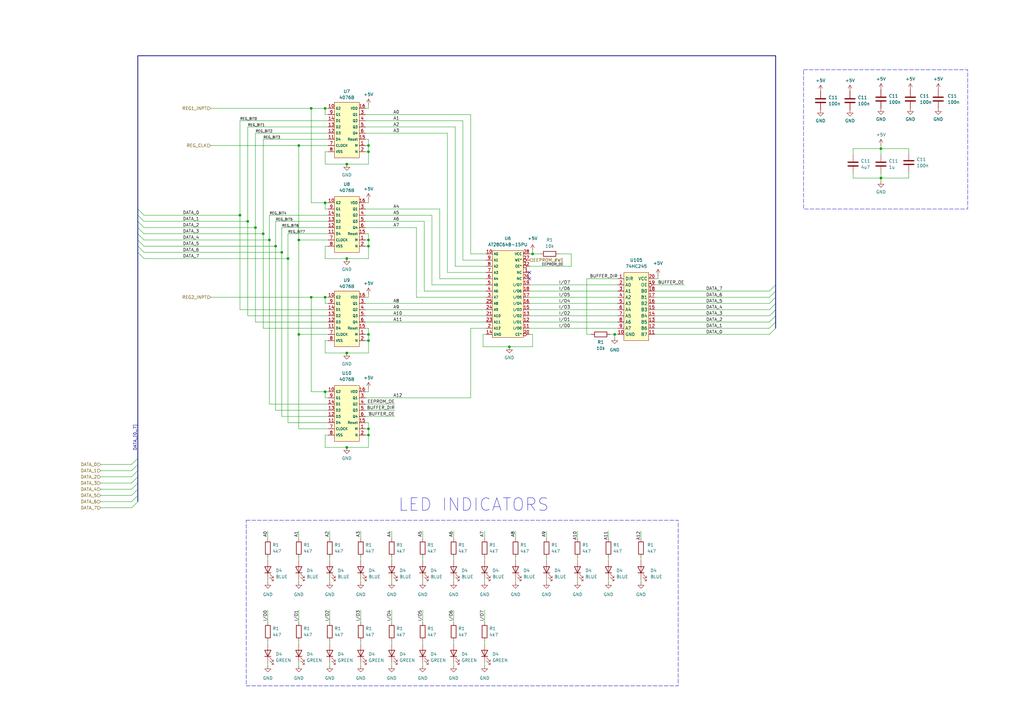
<source format=kicad_sch>
(kicad_sch (version 20230121) (generator eeschema)
  (paper "A3")
  (junction (at 133.35 160.655))
  (junction (at 252.095 137.16))
  (junction (at 133.35 83.185))
  (junction (at 361.315 73.025))
  (junction (at 107.95 95.885))
  (junction (at 110.49 98.425))
  (junction (at 118.11 106.045))
  (junction (at 122.555 59.69))
  (junction (at 122.555 98.425))
  (junction (at 361.315 60.96))
  (junction (at 122.555 137.16))
  (junction (at 151.13 100.965))
  (junction (at 115.57 103.505))
  (junction (at 133.35 44.45))
  (junction (at 142.24 106.045))
  (junction (at 151.13 178.435))
  (junction (at 151.13 59.69))
  (junction (at 101.6 90.805))
  (junction (at 142.24 183.515))
  (junction (at 151.13 175.895))
  (junction (at 151.13 137.16))
  (junction (at 151.13 62.23))
  (junction (at 151.13 98.425))
  (junction (at 127.635 44.45))
  (junction (at 113.03 100.965))
  (junction (at 127.635 121.92))
  (junction (at 104.775 93.345))
  (junction (at 208.915 142.24))
  (junction (at 218.44 104.14))
  (junction (at 98.425 88.265))
  (junction (at 142.24 144.78))
  (junction (at 142.24 67.31))
  (junction (at 151.13 139.7))
  (junction (at 133.35 121.92))
  (no_connect (at 217.17 114.3))
  (no_connect (at 217.17 111.76))
  (bus_entry (at 318.135 132.08) (size -2.54 2.54))
  (bus_entry (at 318.135 129.54) (size -2.54 2.54))
  (bus_entry (at 56.515 190.5) (size -2.54 2.54))
  (bus_entry (at 318.135 119.38) (size -2.54 2.54))
  (bus_entry (at 56.515 187.96) (size -2.54 2.54))
  (bus_entry (at 318.135 124.46) (size -2.54 2.54))
  (bus_entry (at 318.135 134.62) (size -2.54 2.54))
  (bus_entry (at 56.515 98.425) (size 2.54 2.54))
  (bus_entry (at 56.515 200.66) (size -2.54 2.54))
  (bus_entry (at 56.515 195.58) (size -2.54 2.54))
  (bus_entry (at 56.515 90.805) (size 2.54 2.54))
  (bus_entry (at 56.515 95.885) (size 2.54 2.54))
  (bus_entry (at 318.135 121.92) (size -2.54 2.54))
  (bus_entry (at 56.515 85.725) (size 2.54 2.54))
  (bus_entry (at 56.515 100.965) (size 2.54 2.54))
  (bus_entry (at 56.515 198.12) (size -2.54 2.54))
  (bus_entry (at 318.135 116.84) (size -2.54 2.54))
  (bus_entry (at 318.135 127) (size -2.54 2.54))
  (bus_entry (at 56.515 103.505) (size 2.54 2.54))
  (bus_entry (at 56.515 205.74) (size -2.54 2.54))
  (bus_entry (at 56.515 88.265) (size 2.54 2.54))
  (bus_entry (at 56.515 203.2) (size -2.54 2.54))
  (bus_entry (at 56.515 193.04) (size -2.54 2.54))
  (bus_entry (at 56.515 93.345) (size 2.54 2.54))
  (bus (pts (xy 56.515 85.725) (xy 56.515 88.265)))
  (wire (pts (xy 118.11 106.045) (xy 118.11 173.355)))
  (bus (pts (xy 318.135 119.38) (xy 318.135 121.92)))
  (bus (pts (xy 56.515 103.505) (xy 56.515 187.96)))
  (wire (pts (xy 173.355 238.76) (xy 173.355 237.49)))
  (wire (pts (xy 59.055 103.505) (xy 115.57 103.505)))
  (wire (pts (xy 151.13 139.7) (xy 151.13 144.78)))
  (wire (pts (xy 160.655 228.6) (xy 160.655 229.87)))
  (wire (pts (xy 115.57 93.345) (xy 134.62 93.345)))
  (wire (pts (xy 147.955 228.6) (xy 147.955 229.87)))
  (bus (pts (xy 56.515 198.12) (xy 56.515 195.58)))
  (wire (pts (xy 118.11 173.355) (xy 134.62 173.355)))
  (wire (pts (xy 218.44 104.14) (xy 217.17 104.14)))
  (wire (pts (xy 218.44 142.24) (xy 218.44 137.16)))
  (wire (pts (xy 217.17 124.46) (xy 253.365 124.46)))
  (wire (pts (xy 372.745 73.025) (xy 361.315 73.025)))
  (wire (pts (xy 189.865 49.53) (xy 189.865 106.68)))
  (wire (pts (xy 236.855 238.76) (xy 236.855 237.49)))
  (wire (pts (xy 98.425 127) (xy 134.62 127)))
  (wire (pts (xy 189.865 106.68) (xy 199.39 106.68)))
  (wire (pts (xy 252.095 137.16) (xy 253.365 137.16)))
  (wire (pts (xy 173.355 250.19) (xy 173.355 255.27)))
  (wire (pts (xy 151.13 139.7) (xy 149.86 139.7)))
  (wire (pts (xy 151.13 106.045) (xy 142.24 106.045)))
  (wire (pts (xy 133.35 83.185) (xy 127.635 83.185)))
  (wire (pts (xy 268.605 127) (xy 315.595 127)))
  (wire (pts (xy 115.57 93.345) (xy 115.57 103.505)))
  (bus (pts (xy 56.515 93.345) (xy 56.515 95.885)))
  (wire (pts (xy 218.44 137.16) (xy 217.17 137.16)))
  (wire (pts (xy 122.555 217.805) (xy 122.555 220.98)))
  (wire (pts (xy 198.12 142.24) (xy 208.915 142.24)))
  (wire (pts (xy 122.555 98.425) (xy 122.555 137.16)))
  (wire (pts (xy 186.055 250.19) (xy 186.055 255.27)))
  (wire (pts (xy 180.34 85.725) (xy 180.34 114.3)))
  (wire (pts (xy 41.275 205.74) (xy 53.975 205.74)))
  (wire (pts (xy 151.13 43.18) (xy 151.13 44.45)))
  (wire (pts (xy 193.04 104.14) (xy 193.04 46.99)))
  (wire (pts (xy 160.655 238.76) (xy 160.655 237.49)))
  (wire (pts (xy 361.315 59.69) (xy 361.315 60.96)))
  (wire (pts (xy 151.13 95.885) (xy 151.13 98.425)))
  (wire (pts (xy 349.885 60.96) (xy 361.315 60.96)))
  (wire (pts (xy 113.03 90.805) (xy 113.03 100.965)))
  (bus (pts (xy 318.135 22.86) (xy 318.135 116.84)))
  (wire (pts (xy 101.6 52.07) (xy 134.62 52.07)))
  (wire (pts (xy 59.055 95.885) (xy 107.95 95.885)))
  (bus (pts (xy 56.515 203.2) (xy 56.515 200.66)))
  (wire (pts (xy 133.35 83.185) (xy 134.62 83.185)))
  (wire (pts (xy 133.35 178.435) (xy 133.35 183.515)))
  (wire (pts (xy 349.885 60.96) (xy 349.885 63.5)))
  (wire (pts (xy 149.86 134.62) (xy 151.13 134.62)))
  (wire (pts (xy 242.57 137.16) (xy 240.665 137.16)))
  (wire (pts (xy 236.855 228.6) (xy 236.855 229.87)))
  (wire (pts (xy 134.62 100.965) (xy 133.35 100.965)))
  (wire (pts (xy 101.6 90.805) (xy 101.6 129.54)))
  (wire (pts (xy 149.86 127) (xy 199.39 127)))
  (wire (pts (xy 151.13 160.655) (xy 149.86 160.655)))
  (wire (pts (xy 134.62 139.7) (xy 133.35 139.7)))
  (bus (pts (xy 56.515 200.66) (xy 56.515 198.12)))
  (wire (pts (xy 198.755 250.19) (xy 198.755 255.27)))
  (wire (pts (xy 135.255 250.19) (xy 135.255 255.27)))
  (wire (pts (xy 107.95 57.15) (xy 134.62 57.15)))
  (wire (pts (xy 151.13 57.15) (xy 151.13 59.69)))
  (wire (pts (xy 110.49 88.265) (xy 110.49 98.425)))
  (wire (pts (xy 59.055 93.345) (xy 104.775 93.345)))
  (wire (pts (xy 149.86 59.69) (xy 151.13 59.69)))
  (wire (pts (xy 135.255 262.89) (xy 135.255 264.16)))
  (wire (pts (xy 109.855 228.6) (xy 109.855 229.87)))
  (wire (pts (xy 151.13 134.62) (xy 151.13 137.16)))
  (wire (pts (xy 151.13 144.78) (xy 142.24 144.78)))
  (wire (pts (xy 151.13 178.435) (xy 151.13 183.515)))
  (wire (pts (xy 59.055 98.425) (xy 110.49 98.425)))
  (wire (pts (xy 98.425 49.53) (xy 134.62 49.53)))
  (wire (pts (xy 134.62 59.69) (xy 122.555 59.69)))
  (wire (pts (xy 41.275 200.66) (xy 53.975 200.66)))
  (wire (pts (xy 59.055 88.265) (xy 98.425 88.265)))
  (wire (pts (xy 252.095 138.43) (xy 252.095 137.16)))
  (wire (pts (xy 268.605 121.92) (xy 315.595 121.92)))
  (wire (pts (xy 149.86 173.355) (xy 151.13 173.355)))
  (wire (pts (xy 104.775 54.61) (xy 104.775 93.345)))
  (wire (pts (xy 135.255 217.805) (xy 135.255 220.98)))
  (wire (pts (xy 147.955 217.805) (xy 147.955 220.98)))
  (wire (pts (xy 107.95 134.62) (xy 134.62 134.62)))
  (wire (pts (xy 122.555 228.6) (xy 122.555 229.87)))
  (wire (pts (xy 151.13 178.435) (xy 149.86 178.435)))
  (wire (pts (xy 41.275 195.58) (xy 53.975 195.58)))
  (wire (pts (xy 109.855 217.805) (xy 109.855 220.98)))
  (wire (pts (xy 183.515 111.76) (xy 199.39 111.76)))
  (wire (pts (xy 122.555 137.16) (xy 122.555 175.895)))
  (wire (pts (xy 173.355 228.6) (xy 173.355 229.87)))
  (wire (pts (xy 110.49 165.735) (xy 134.62 165.735)))
  (wire (pts (xy 109.855 262.89) (xy 109.855 264.16)))
  (wire (pts (xy 147.955 273.05) (xy 147.955 271.78)))
  (wire (pts (xy 149.86 168.275) (xy 161.925 168.275)))
  (wire (pts (xy 211.455 228.6) (xy 211.455 229.87)))
  (wire (pts (xy 118.11 95.885) (xy 118.11 106.045)))
  (wire (pts (xy 170.815 93.345) (xy 170.815 121.92)))
  (wire (pts (xy 211.455 217.805) (xy 211.455 220.98)))
  (wire (pts (xy 249.555 238.76) (xy 249.555 237.49)))
  (wire (pts (xy 268.605 116.84) (xy 280.67 116.84)))
  (wire (pts (xy 151.13 120.65) (xy 151.13 121.92)))
  (bus (pts (xy 318.135 127) (xy 318.135 129.54)))
  (wire (pts (xy 149.86 124.46) (xy 199.39 124.46)))
  (wire (pts (xy 41.275 193.04) (xy 53.975 193.04)))
  (wire (pts (xy 107.95 95.885) (xy 107.95 134.62)))
  (wire (pts (xy 149.86 98.425) (xy 151.13 98.425)))
  (wire (pts (xy 115.57 103.505) (xy 115.57 170.815)))
  (wire (pts (xy 134.62 62.23) (xy 133.35 62.23)))
  (wire (pts (xy 268.605 119.38) (xy 315.595 119.38)))
  (wire (pts (xy 149.86 93.345) (xy 170.815 93.345)))
  (wire (pts (xy 122.555 175.895) (xy 134.62 175.895)))
  (wire (pts (xy 133.35 124.46) (xy 133.35 121.92)))
  (bus (pts (xy 318.135 129.54) (xy 318.135 132.08)))
  (wire (pts (xy 113.03 90.805) (xy 134.62 90.805)))
  (wire (pts (xy 149.86 137.16) (xy 151.13 137.16)))
  (wire (pts (xy 98.425 88.265) (xy 98.425 127)))
  (wire (pts (xy 134.62 85.725) (xy 133.35 85.725)))
  (wire (pts (xy 268.605 129.54) (xy 315.595 129.54)))
  (wire (pts (xy 249.555 217.805) (xy 249.555 220.98)))
  (wire (pts (xy 199.39 104.14) (xy 193.04 104.14)))
  (wire (pts (xy 135.255 273.05) (xy 135.255 271.78)))
  (wire (pts (xy 151.13 59.69) (xy 151.13 62.23)))
  (wire (pts (xy 107.95 57.15) (xy 107.95 95.885)))
  (wire (pts (xy 147.955 262.89) (xy 147.955 264.16)))
  (wire (pts (xy 198.755 238.76) (xy 198.755 237.49)))
  (wire (pts (xy 268.605 134.62) (xy 315.595 134.62)))
  (wire (pts (xy 59.055 106.045) (xy 118.11 106.045)))
  (wire (pts (xy 240.665 137.16) (xy 240.665 114.3)))
  (bus (pts (xy 56.515 193.04) (xy 56.515 190.5)))
  (wire (pts (xy 198.12 137.16) (xy 198.12 142.24)))
  (wire (pts (xy 122.555 262.89) (xy 122.555 264.16)))
  (wire (pts (xy 134.62 178.435) (xy 133.35 178.435)))
  (wire (pts (xy 199.39 137.16) (xy 198.12 137.16)))
  (wire (pts (xy 173.99 119.38) (xy 199.39 119.38)))
  (wire (pts (xy 229.235 104.14) (xy 234.315 104.14)))
  (wire (pts (xy 147.955 238.76) (xy 147.955 237.49)))
  (wire (pts (xy 151.13 137.16) (xy 151.13 139.7)))
  (wire (pts (xy 151.13 98.425) (xy 151.13 100.965)))
  (wire (pts (xy 186.69 52.07) (xy 186.69 109.22)))
  (wire (pts (xy 160.655 273.05) (xy 160.655 271.78)))
  (wire (pts (xy 224.155 217.805) (xy 224.155 220.98)))
  (bus (pts (xy 56.515 90.805) (xy 56.515 93.345)))
  (wire (pts (xy 361.315 71.12) (xy 361.315 73.025)))
  (wire (pts (xy 249.555 228.6) (xy 249.555 229.87)))
  (wire (pts (xy 135.255 238.76) (xy 135.255 237.49)))
  (wire (pts (xy 208.915 142.24) (xy 218.44 142.24)))
  (wire (pts (xy 268.605 124.46) (xy 315.595 124.46)))
  (wire (pts (xy 193.04 134.62) (xy 199.39 134.62)))
  (wire (pts (xy 41.275 203.2) (xy 53.975 203.2)))
  (wire (pts (xy 224.155 238.76) (xy 224.155 237.49)))
  (wire (pts (xy 173.355 217.805) (xy 173.355 220.98)))
  (wire (pts (xy 170.815 121.92) (xy 199.39 121.92)))
  (wire (pts (xy 211.455 238.76) (xy 211.455 237.49)))
  (wire (pts (xy 122.555 98.425) (xy 134.62 98.425)))
  (wire (pts (xy 133.35 46.99) (xy 133.35 44.45)))
  (wire (pts (xy 217.17 116.84) (xy 253.365 116.84)))
  (wire (pts (xy 236.855 217.805) (xy 236.855 220.98)))
  (wire (pts (xy 149.86 129.54) (xy 199.39 129.54)))
  (wire (pts (xy 268.605 132.08) (xy 315.595 132.08)))
  (wire (pts (xy 133.35 85.725) (xy 133.35 83.185)))
  (bus (pts (xy 56.515 100.965) (xy 56.515 103.505)))
  (wire (pts (xy 122.555 59.69) (xy 122.555 98.425)))
  (wire (pts (xy 151.13 67.31) (xy 142.24 67.31)))
  (wire (pts (xy 193.04 163.195) (xy 193.04 134.62)))
  (wire (pts (xy 133.35 144.78) (xy 142.24 144.78)))
  (wire (pts (xy 104.775 54.61) (xy 134.62 54.61)))
  (wire (pts (xy 151.13 62.23) (xy 151.13 67.31)))
  (wire (pts (xy 151.13 62.23) (xy 149.86 62.23)))
  (wire (pts (xy 59.055 100.965) (xy 113.03 100.965)))
  (wire (pts (xy 104.775 93.345) (xy 104.775 132.08)))
  (wire (pts (xy 149.86 170.815) (xy 161.925 170.815)))
  (wire (pts (xy 149.86 90.805) (xy 173.99 90.805)))
  (wire (pts (xy 183.515 54.61) (xy 183.515 111.76)))
  (wire (pts (xy 86.36 44.45) (xy 127.635 44.45)))
  (wire (pts (xy 217.17 134.62) (xy 253.365 134.62)))
  (wire (pts (xy 115.57 170.815) (xy 134.62 170.815)))
  (wire (pts (xy 361.315 60.96) (xy 372.745 60.96)))
  (wire (pts (xy 133.35 183.515) (xy 142.24 183.515)))
  (wire (pts (xy 127.635 160.655) (xy 127.635 121.92)))
  (bus (pts (xy 318.135 121.92) (xy 318.135 124.46)))
  (wire (pts (xy 41.275 198.12) (xy 53.975 198.12)))
  (wire (pts (xy 41.275 208.28) (xy 53.975 208.28)))
  (wire (pts (xy 134.62 163.195) (xy 133.35 163.195)))
  (wire (pts (xy 149.86 175.895) (xy 151.13 175.895)))
  (bus (pts (xy 318.135 116.84) (xy 318.135 119.38)))
  (wire (pts (xy 151.13 173.355) (xy 151.13 175.895)))
  (wire (pts (xy 104.775 132.08) (xy 134.62 132.08)))
  (wire (pts (xy 133.35 62.23) (xy 133.35 67.31)))
  (wire (pts (xy 133.35 160.655) (xy 134.62 160.655)))
  (wire (pts (xy 122.555 137.16) (xy 134.62 137.16)))
  (wire (pts (xy 59.055 90.805) (xy 101.6 90.805)))
  (wire (pts (xy 133.35 44.45) (xy 134.62 44.45)))
  (wire (pts (xy 127.635 44.45) (xy 133.35 44.45)))
  (wire (pts (xy 151.13 183.515) (xy 142.24 183.515)))
  (wire (pts (xy 240.665 114.3) (xy 253.365 114.3)))
  (wire (pts (xy 180.34 114.3) (xy 199.39 114.3)))
  (wire (pts (xy 218.44 104.14) (xy 221.615 104.14)))
  (bus (pts (xy 56.515 88.265) (xy 56.515 90.805)))
  (wire (pts (xy 133.35 139.7) (xy 133.35 144.78)))
  (wire (pts (xy 217.17 119.38) (xy 253.365 119.38)))
  (wire (pts (xy 149.86 85.725) (xy 180.34 85.725)))
  (wire (pts (xy 133.35 160.655) (xy 127.635 160.655)))
  (wire (pts (xy 372.745 70.485) (xy 372.745 73.025)))
  (wire (pts (xy 149.86 163.195) (xy 193.04 163.195)))
  (wire (pts (xy 134.62 124.46) (xy 133.35 124.46)))
  (wire (pts (xy 217.17 132.08) (xy 253.365 132.08)))
  (bus (pts (xy 56.515 205.74) (xy 56.515 203.2)))
  (wire (pts (xy 101.6 129.54) (xy 134.62 129.54)))
  (wire (pts (xy 133.35 67.31) (xy 142.24 67.31)))
  (wire (pts (xy 173.99 90.805) (xy 173.99 119.38)))
  (wire (pts (xy 269.875 113.03) (xy 269.875 114.3)))
  (bus (pts (xy 56.515 98.425) (xy 56.515 100.965)))
  (wire (pts (xy 177.165 88.265) (xy 177.165 116.84)))
  (wire (pts (xy 217.17 127) (xy 253.365 127)))
  (wire (pts (xy 198.755 262.89) (xy 198.755 264.16)))
  (wire (pts (xy 186.055 273.05) (xy 186.055 271.78)))
  (wire (pts (xy 133.35 106.045) (xy 142.24 106.045)))
  (wire (pts (xy 109.855 250.19) (xy 109.855 255.27)))
  (wire (pts (xy 262.89 238.76) (xy 262.89 237.49)))
  (bus (pts (xy 56.515 22.86) (xy 318.135 22.86)))
  (wire (pts (xy 361.315 74.295) (xy 361.315 73.025)))
  (wire (pts (xy 269.875 114.3) (xy 268.605 114.3)))
  (wire (pts (xy 151.13 81.915) (xy 151.13 83.185)))
  (wire (pts (xy 198.755 217.805) (xy 198.755 220.98)))
  (wire (pts (xy 86.36 121.92) (xy 127.635 121.92)))
  (wire (pts (xy 122.555 273.05) (xy 122.555 271.78)))
  (wire (pts (xy 224.155 228.6) (xy 224.155 229.87)))
  (wire (pts (xy 349.885 73.025) (xy 349.885 71.12)))
  (wire (pts (xy 186.69 109.22) (xy 199.39 109.22)))
  (wire (pts (xy 186.055 238.76) (xy 186.055 237.49)))
  (wire (pts (xy 361.315 73.025) (xy 349.885 73.025)))
  (wire (pts (xy 127.635 83.185) (xy 127.635 44.45)))
  (wire (pts (xy 193.04 46.99) (xy 149.86 46.99)))
  (wire (pts (xy 122.555 238.76) (xy 122.555 237.49)))
  (bus (pts (xy 56.515 95.885) (xy 56.515 98.425)))
  (bus (pts (xy 56.515 22.86) (xy 56.515 85.725)))
  (wire (pts (xy 122.555 250.19) (xy 122.555 255.27)))
  (wire (pts (xy 262.89 217.805) (xy 262.89 220.98)))
  (wire (pts (xy 186.055 228.6) (xy 186.055 229.87)))
  (bus (pts (xy 56.515 195.58) (xy 56.515 193.04)))
  (wire (pts (xy 41.275 190.5) (xy 53.975 190.5)))
  (wire (pts (xy 147.955 250.19) (xy 147.955 255.27)))
  (wire (pts (xy 133.35 121.92) (xy 134.62 121.92)))
  (wire (pts (xy 149.86 54.61) (xy 183.515 54.61)))
  (wire (pts (xy 217.17 129.54) (xy 253.365 129.54)))
  (wire (pts (xy 177.165 116.84) (xy 199.39 116.84)))
  (wire (pts (xy 149.86 165.735) (xy 161.925 165.735)))
  (wire (pts (xy 151.13 100.965) (xy 151.13 106.045)))
  (wire (pts (xy 234.315 104.14) (xy 234.315 109.22)))
  (bus (pts (xy 318.135 124.46) (xy 318.135 127)))
  (wire (pts (xy 133.35 100.965) (xy 133.35 106.045)))
  (wire (pts (xy 151.13 175.895) (xy 151.13 178.435)))
  (wire (pts (xy 98.425 49.53) (xy 98.425 88.265)))
  (wire (pts (xy 217.17 121.92) (xy 253.365 121.92)))
  (wire (pts (xy 262.89 228.6) (xy 262.89 229.87)))
  (wire (pts (xy 149.86 57.15) (xy 151.13 57.15)))
  (wire (pts (xy 149.86 132.08) (xy 199.39 132.08)))
  (wire (pts (xy 198.755 228.6) (xy 198.755 229.87)))
  (wire (pts (xy 160.655 250.19) (xy 160.655 255.27)))
  (wire (pts (xy 133.35 163.195) (xy 133.35 160.655)))
  (wire (pts (xy 173.355 273.05) (xy 173.355 271.78)))
  (wire (pts (xy 372.745 62.865) (xy 372.745 60.96)))
  (wire (pts (xy 135.255 228.6) (xy 135.255 229.87)))
  (wire (pts (xy 186.055 217.805) (xy 186.055 220.98)))
  (bus (pts (xy 318.135 132.08) (xy 318.135 134.62)))
  (wire (pts (xy 149.86 52.07) (xy 186.69 52.07)))
  (wire (pts (xy 149.86 95.885) (xy 151.13 95.885)))
  (wire (pts (xy 113.03 100.965) (xy 113.03 168.275)))
  (wire (pts (xy 113.03 168.275) (xy 134.62 168.275)))
  (bus (pts (xy 56.515 190.5) (xy 56.515 187.96)))
  (wire (pts (xy 151.13 44.45) (xy 149.86 44.45)))
  (wire (pts (xy 218.44 102.87) (xy 218.44 104.14)))
  (wire (pts (xy 250.19 137.16) (xy 252.095 137.16)))
  (wire (pts (xy 151.13 159.385) (xy 151.13 160.655)))
  (wire (pts (xy 217.17 109.22) (xy 234.315 109.22)))
  (wire (pts (xy 149.86 49.53) (xy 189.865 49.53)))
  (wire (pts (xy 110.49 98.425) (xy 110.49 165.735)))
  (wire (pts (xy 110.49 88.265) (xy 134.62 88.265)))
  (wire (pts (xy 109.855 273.05) (xy 109.855 271.78)))
  (wire (pts (xy 86.36 59.69) (xy 122.555 59.69)))
  (wire (pts (xy 151.13 100.965) (xy 149.86 100.965)))
  (wire (pts (xy 149.86 88.265) (xy 177.165 88.265)))
  (wire (pts (xy 160.655 262.89) (xy 160.655 264.16)))
  (wire (pts (xy 151.13 83.185) (xy 149.86 83.185)))
  (wire (pts (xy 101.6 52.07) (xy 101.6 90.805)))
  (wire (pts (xy 134.62 46.99) (xy 133.35 46.99)))
  (wire (pts (xy 268.605 137.16) (xy 315.595 137.16)))
  (wire (pts (xy 361.315 63.5) (xy 361.315 60.96)))
  (wire (pts (xy 118.11 95.885) (xy 134.62 95.885)))
  (wire (pts (xy 109.855 238.76) (xy 109.855 237.49)))
  (wire (pts (xy 160.655 217.805) (xy 160.655 220.98)))
  (wire (pts (xy 186.055 262.89) (xy 186.055 264.16)))
  (wire (pts (xy 127.635 121.92) (xy 133.35 121.92)))
  (wire (pts (xy 151.13 121.92) (xy 149.86 121.92)))
  (wire (pts (xy 173.355 262.89) (xy 173.355 264.16)))
  (wire (pts (xy 198.755 273.05) (xy 198.755 271.78)))
  (rectangle (start 329.565 28.575) (end 396.875 85.725) (stroke (width 0) (type dash)))
  (rectangle (start 100.965 213.36) (end 278.13 281.305) (stroke (width 0) (type dash)))
  (text "LED INDICATORS" (at 163.195 210.185 0) (effects (font (size 5.12 5.12)) (justify left bottom)))
  (label "A8" (at 211.455 217.805 270))
  (label "I{slash}O2" (at 229.235 129.54 0))
  (label "A9" (at 161.29 127 0))
  (label "I{slash}O0" (at 229.235 134.62 0))
  (label "A4" (at 160.655 217.805 270))
  (label "A7" (at 161.29 93.345 0))
  (label "A9" (at 224.155 217.805 270))
  (label "REG_BIT5" (at 113.03 90.805 0) (effects (font (size 1 1))))
  (label "A12" (at 262.89 217.805 270))
  (label "A1" (at 161.29 49.53 0))
  (label "A3" (at 161.29 54.61 0))
  (label "REG_BIT6" (at 115.57 93.345 0) (effects (font (size 1 1))))
  (label "DATA_1" (at 289.56 134.62 0))
  (label "I{slash}O1" (at 229.235 132.08 0))
  (label "EEPROM_OE" (at 161.925 165.735 180))
  (label "REG_BIT3" (at 107.95 57.15 0) (effects (font (size 1 1))))
  (label "I{slash}O6" (at 186.055 250.19 270))
  (label "BUFFER_DIR" (at 161.925 168.275 180))
  (label "BUFFER_DIR" (at 253.365 114.3 180))
  (label "DATA_6" (at 289.56 121.92 0))
  (label "DATA_[0..7]" (at 56.515 184.785 90))
  (label "I{slash}O4" (at 160.655 250.19 270))
  (label "A11" (at 249.555 217.805 270))
  (label "DATA_0" (at 289.56 137.16 0))
  (label "A2" (at 161.29 52.07 0))
  (label "I{slash}O4" (at 229.235 124.46 0))
  (label "I{slash}O1" (at 122.555 250.19 270))
  (label "A6" (at 161.29 90.805 0))
  (label "A11" (at 161.29 132.08 0))
  (label "A1" (at 122.555 217.805 270))
  (label "I{slash}O3" (at 147.955 250.19 270))
  (label "A8" (at 161.29 124.46 0))
  (label "DATA_1" (at 74.93 90.805 0))
  (label "A10" (at 161.29 129.54 0))
  (label "A12" (at 161.29 163.195 0))
  (label "DATA_0" (at 74.93 88.265 0))
  (label "DATA_7" (at 74.93 106.045 0))
  (label "REG_BIT0" (at 98.425 49.53 0) (effects (font (size 1 1))))
  (label "A5" (at 173.355 217.805 270))
  (label "REG_BIT7" (at 118.11 95.885 0) (effects (font (size 1 1))))
  (label "DATA_3" (at 289.56 129.54 0))
  (label "EEPROM_OE" (at 231.14 109.22 180) (effects (font (size 1 1))))
  (label "A10" (at 236.855 217.805 270))
  (label "I{slash}O3" (at 229.235 127 0))
  (label "I{slash}O0" (at 109.855 250.19 270))
  (label "A0" (at 109.855 217.805 270))
  (label "BUFFER_OE" (at 161.925 170.815 180))
  (label "I{slash}O5" (at 173.355 250.19 270))
  (label "I{slash}O5" (at 229.235 121.92 0))
  (label "DATA_2" (at 74.93 93.345 0))
  (label "I{slash}O6" (at 229.235 119.38 0))
  (label "BUFFER_OE" (at 280.67 116.84 180))
  (label "DATA_2" (at 289.56 132.08 0))
  (label "REG_BIT4" (at 110.49 88.265 0) (effects (font (size 1 1))))
  (label "I{slash}O7" (at 229.235 116.84 0))
  (label "A0" (at 161.29 46.99 0))
  (label "I{slash}O7" (at 198.755 250.19 270))
  (label "DATA_5" (at 74.93 100.965 0))
  (label "A7" (at 198.755 217.805 270))
  (label "A2" (at 135.255 217.805 270))
  (label "A6" (at 186.055 217.805 270))
  (label "A5" (at 161.29 88.265 0))
  (label "DATA_6" (at 74.93 103.505 0))
  (label "REG_BIT1" (at 101.6 52.07 0) (effects (font (size 1 1))))
  (label "DATA_3" (at 74.93 95.885 0))
  (label "A3" (at 147.955 217.805 270))
  (label "DATA_4" (at 289.56 127 0))
  (label "DATA_7" (at 289.56 119.38 0))
  (label "I{slash}O2" (at 135.255 250.19 270))
  (label "DATA_5" (at 289.56 124.46 0))
  (label "A4" (at 161.29 85.725 0))
  (label "DATA_4" (at 74.93 98.425 0))
  (label "REG_BIT2" (at 104.775 54.61 0) (effects (font (size 1 1))))
  (hierarchical_label "DATA_7" (shape input) (at 41.275 208.28 180))
  (hierarchical_label "DATA_1" (shape input) (at 41.275 193.04 180))
  (hierarchical_label "DATA_4" (shape input) (at 41.275 200.66 180))
  (hierarchical_label "DATA_6" (shape input) (at 41.275 205.74 180))
  (hierarchical_label "REG_CLK" (shape input) (at 86.36 59.69 180))
  (hierarchical_label "DATA_5" (shape input) (at 41.275 203.2 180))
  (hierarchical_label "REG1_INPT" (shape input) (at 86.36 44.45 180))
  (hierarchical_label "DATA_0" (shape input) (at 41.275 190.5 180))
  (hierarchical_label "DATA_2" (shape input) (at 41.275 195.58 180))
  (hierarchical_label "DATA_3" (shape input) (at 41.275 198.12 180))
  (hierarchical_label "EEPROM_#WE" (shape input) (at 217.17 106.68 0))
  (hierarchical_label "REG2_INPT" (shape input) (at 86.36 121.92 180))
  (symbol (lib_id "power:GND") (at 173.355 273.05 0) (unit 1)
    (property "Reference" "#PWR044" (effects hide))
    (property "Value" "GND" (at 173.355 278.13 0))
  )
  (symbol (lib_id "power:GND") (at 186.055 238.76 0) (unit 1)
    (property "Reference" "#PWR032" (effects hide))
    (property "Value" "GND" (at 186.055 243.84 0))
  )
  (symbol (lib_id "Device:C") (at 348.615 41.275 0) (unit 1)
    (property "Reference" "C11" (at 351.79 40.005 0) (effects (justify left)))
    (property "Value" "100n" (at 351.79 42.545 0) (effects (justify left)))
    (property "Footprint" "Capacitor_THT:CP_Radial_D6.3mm_P2.50mm" (effects hide))
    (instances (project "EEPROM_PROGRAMMER" (path "" (reference "C11") (unit 1)) (path "" (reference "C102") (unit 1))))
  )
  (symbol (lib_id "EEPROM_PROGRAMMER:4076B") (at 142.24 92.075 0) (unit 1)
    (property "Reference" "U8" (at 142.24 75.565 0))
    (property "Value" "4076B" (at 142.24 78.105 0))
    (property "Footprint" "EEPROM_PROGRAMMER:4076B" (effects hide))
    (instances (project "EEPROM_PROGRAMMER" (path "" (reference "U8") (unit 1)) (path "" (reference "U102") (unit 1))))
  )
  (symbol (lib_id "power:GND") (at 186.055 273.05 0) (unit 1)
    (property "Reference" "#PWR045" (effects hide))
    (property "Value" "GND" (at 186.055 278.13 0))
  )
  (symbol (lib_id "power:+5V") (at 336.55 37.465 0) (unit 1)
    (property "Reference" "#PWR016" (effects hide))
    (property "Value" "+5V" (at 336.55 33.02 0))
    (instances (project "EEPROM_PROGRAMMER" (path "" (reference "#PWR016") (unit 1)) (path "" (reference "#PWR011") (unit 1))))
  )
  (symbol (lib_id "power:GND") (at 173.355 238.76 0) (unit 1)
    (property "Reference" "#PWR031" (effects hide))
    (property "Value" "GND" (at 173.355 243.84 0))
  )
  (symbol (lib_id "Device:R") (at 211.455 224.79 0) (unit 1)
    (property "Reference" "R1" (at 213.36 223.52 0) (effects (justify left)))
    (property "Value" "4k7" (at 213.36 226.06 0) (effects (justify left)))
    (property "Footprint" "Resistor_SMD:R_0805_2012Metric_Pad1.20x1.40mm_HandSolder" (effects hide))
    (instances (project "EEPROM_PROGRAMMER" (path "" (reference "R1") (unit 1)) (path "" (reference "R111") (unit 1))))
  )
  (symbol (lib_id "power:GND") (at 147.955 273.05 0) (unit 1)
    (property "Reference" "#PWR042" (effects hide))
    (property "Value" "GND" (at 147.955 278.13 0))
  )
  (symbol (lib_id "power:+5V") (at 151.13 43.18 0) (unit 1)
    (property "Reference" "#PWR016" (effects hide))
    (property "Value" "+5V" (at 151.13 38.735 0))
    (instances (project "EEPROM_PROGRAMMER" (path "" (reference "#PWR016") (unit 1)) (path "" (reference "#PWR018") (unit 1))))
  )
  (symbol (lib_id "Device:R") (at 236.855 224.79 0) (unit 1)
    (property "Reference" "R1" (at 238.76 223.52 0) (effects (justify left)))
    (property "Value" "4k7" (at 238.76 226.06 0) (effects (justify left)))
    (property "Footprint" "Resistor_SMD:R_0805_2012Metric_Pad1.20x1.40mm_HandSolder" (effects hide))
    (instances (project "EEPROM_PROGRAMMER" (path "" (reference "R1") (unit 1)) (path "" (reference "R113") (unit 1))))
  )
  (symbol (lib_id "power:GND") (at 208.915 142.24 0) (unit 1)
    (property "Reference" "#PWR014" (effects hide))
    (property "Value" "GND" (at 208.915 146.685 0))
    (instances (project "EEPROM_PROGRAMMER" (path "" (reference "#PWR014") (unit 1)) (path "" (reference "#PWR022") (unit 1))))
  )
  (symbol (lib_id "Device:R") (at 160.655 224.79 0) (unit 1)
    (property "Reference" "R1" (at 162.56 223.52 0) (effects (justify left)))
    (property "Value" "4k7" (at 162.56 226.06 0) (effects (justify left)))
    (property "Footprint" "Resistor_SMD:R_0805_2012Metric_Pad1.20x1.40mm_HandSolder" (effects hide))
    (instances (project "EEPROM_PROGRAMMER" (path "" (reference "R1") (unit 1)) (path "" (reference "R107") (unit 1))))
  )
  (symbol (lib_id "Device:LED") (at 122.555 267.97 90) (unit 1)
    (property "Reference" "D4" (at 125.73 268.2875 90) (effects (justify right)))
    (property "Value" "GREEN" (at 125.73 270.8275 90) (effects (justify right)))
    (property "Footprint" "LED_SMD:LED_0805_2012Metric_Pad1.15x1.40mm_HandSolder" (effects hide))
    (instances (project "EEPROM_PROGRAMMER" (path "" (reference "D4") (unit 1)) (path "" (reference "D115") (unit 1))))
  )
  (symbol (lib_id "Device:R") (at 198.755 259.08 0) (unit 1)
    (property "Reference" "R1" (at 200.66 257.81 0) (effects (justify left)))
    (property "Value" "4k7" (at 200.66 260.35 0) (effects (justify left)))
    (property "Footprint" "Resistor_SMD:R_0805_2012Metric_Pad1.20x1.40mm_HandSolder" (effects hide))
    (instances (project "EEPROM_PROGRAMMER" (path "" (reference "R1") (unit 1)) (path "" (reference "R123") (unit 1))))
  )
  (symbol (lib_id "Device:R") (at 249.555 224.79 0) (unit 1)
    (property "Reference" "R1" (at 251.46 223.52 0) (effects (justify left)))
    (property "Value" "4k7" (at 251.46 226.06 0) (effects (justify left)))
    (property "Footprint" "Resistor_SMD:R_0805_2012Metric_Pad1.20x1.40mm_HandSolder" (effects hide))
    (instances (project "EEPROM_PROGRAMMER" (path "" (reference "R1") (unit 1)) (path "" (reference "R114") (unit 1))))
  )
  (symbol (lib_id "power:GND") (at 147.955 238.76 0) (unit 1)
    (property "Reference" "#PWR029" (effects hide))
    (property "Value" "GND" (at 147.955 243.84 0))
  )
  (symbol (lib_id "Device:LED") (at 135.255 233.68 90) (unit 1)
    (property "Reference" "D4" (at 138.43 233.9975 90) (effects (justify right)))
    (property "Value" "BLUE" (at 138.43 236.5375 90) (effects (justify right)))
    (property "Footprint" "LED_SMD:LED_0805_2012Metric_Pad1.15x1.40mm_HandSolder" (effects hide))
    (instances (project "EEPROM_PROGRAMMER" (path "" (reference "D4") (unit 1)) (path "" (reference "D103") (unit 1))))
  )
  (symbol (lib_id "Device:LED") (at 135.255 267.97 90) (unit 1)
    (property "Reference" "D4" (at 138.43 268.2875 90) (effects (justify right)))
    (property "Value" "GREEN" (at 138.43 270.8275 90) (effects (justify right)))
    (property "Footprint" "LED_SMD:LED_0805_2012Metric_Pad1.15x1.40mm_HandSolder" (effects hide))
    (instances (project "EEPROM_PROGRAMMER" (path "" (reference "D4") (unit 1)) (path "" (reference "D116") (unit 1))))
  )
  (symbol (lib_id "power:GND") (at 373.38 44.45 0) (unit 1)
    (property "Reference" "#PWR015" (effects hide))
    (property "Value" "GND" (at 373.38 48.895 0))
    (instances (project "EEPROM_PROGRAMMER" (path "" (reference "#PWR015") (unit 1)) (path "" (reference "#PWR057") (unit 1))))
  )
  (symbol (lib_id "power:GND") (at 262.89 238.76 0) (unit 1)
    (property "Reference" "#PWR038" (effects hide))
    (property "Value" "GND" (at 262.89 243.84 0))
  )
  (symbol (lib_id "Device:LED") (at 186.055 267.97 90) (unit 1)
    (property "Reference" "D4" (at 189.23 268.2875 90) (effects (justify right)))
    (property "Value" "GREEN" (at 189.23 270.8275 90) (effects (justify right)))
    (property "Footprint" "LED_SMD:LED_0805_2012Metric_Pad1.15x1.40mm_HandSolder" (effects hide))
    (instances (project "EEPROM_PROGRAMMER" (path "" (reference "D4") (unit 1)) (path "" (reference "D120") (unit 1))))
  )
  (symbol (lib_id "Device:LED") (at 211.455 233.68 90) (unit 1)
    (property "Reference" "D4" (at 214.63 233.9975 90) (effects (justify right)))
    (property "Value" "BLUE" (at 214.63 236.5375 90) (effects (justify right)))
    (property "Footprint" "LED_SMD:LED_0805_2012Metric_Pad1.15x1.40mm_HandSolder" (effects hide))
    (instances (project "EEPROM_PROGRAMMER" (path "" (reference "D4") (unit 1)) (path "" (reference "D109") (unit 1))))
  )
  (symbol (lib_id "EEPROM_PROGRAMMER:AT28C64B-15PU") (at 208.28 120.65 0) (unit 1)
    (property "Reference" "U6" (at 208.28 97.79 0))
    (property "Value" "AT28C64B-15PU" (at 208.28 100.33 0))
    (property "Footprint" "EEPROM_PROGRAMMER:AT28C64B-15PU" (effects hide))
    (property "Datasheet" "https://eu.mouser.com/datasheet/2/268/AT28C64B_64_Kbit_8Kx8_Parallel_EEPROM_with_Page_Wr-3443099.pdf" (effects hide))
    (instances (project "EEPROM_PROGRAMMER" (path "" (reference "U6") (unit 1)) (path "" (reference "U106") (unit 1))))
  )
  (symbol (lib_id "Device:LED") (at 198.755 233.68 90) (unit 1)
    (property "Reference" "D4" (at 201.93 233.9975 90) (effects (justify right)))
    (property "Value" "BLUE" (at 201.93 236.5375 90) (effects (justify right)))
    (property "Footprint" "LED_SMD:LED_0805_2012Metric_Pad1.15x1.40mm_HandSolder" (effects hide))
    (instances (project "EEPROM_PROGRAMMER" (path "" (reference "D4") (unit 1)) (path "" (reference "D108") (unit 1))))
  )
  (symbol (lib_id "power:GND") (at 142.24 144.78 0) (unit 1)
    (property "Reference" "#PWR019" (effects hide))
    (property "Value" "GND" (at 142.24 149.225 0))
    (instances (project "EEPROM_PROGRAMMER" (path "" (reference "#PWR019") (unit 1)) (path "" (reference "#PWR016") (unit 1))))
  )
  (symbol (lib_id "Device:R") (at 186.055 259.08 0) (unit 1)
    (property "Reference" "R1" (at 187.96 257.81 0) (effects (justify left)))
    (property "Value" "4k7" (at 187.96 260.35 0) (effects (justify left)))
    (property "Footprint" "Resistor_SMD:R_0805_2012Metric_Pad1.20x1.40mm_HandSolder" (effects hide))
    (instances (project "EEPROM_PROGRAMMER" (path "" (reference "R1") (unit 1)) (path "" (reference "R122") (unit 1))))
  )
  (symbol (lib_id "power:+5V") (at 218.44 102.87 0) (unit 1)
    (property "Reference" "#PWR023" (effects hide))
    (property "Value" "+5V" (at 218.44 97.79 0))
  )
  (symbol (lib_id "power:GND") (at 198.755 238.76 0) (unit 1)
    (property "Reference" "#PWR033" (effects hide))
    (property "Value" "GND" (at 198.755 243.84 0))
  )
  (symbol (lib_id "power:GND") (at 122.555 238.76 0) (unit 1)
    (property "Reference" "#PWR027" (effects hide))
    (property "Value" "GND" (at 122.555 243.84 0))
  )
  (symbol (lib_id "EEPROM_PROGRAMMER:4076B") (at 142.24 53.34 0) (unit 1)
    (property "Reference" "U7" (at 142.24 37.465 0))
    (property "Value" "4076B" (at 142.24 40.005 0))
    (property "Footprint" "EEPROM_PROGRAMMER:4076B" (effects hide))
    (instances (project "EEPROM_PROGRAMMER" (path "" (reference "U7") (unit 1)) (path "" (reference "U101") (unit 1))))
  )
  (symbol (lib_id "Device:R") (at 147.955 259.08 0) (unit 1)
    (property "Reference" "R1" (at 149.86 257.81 0) (effects (justify left)))
    (property "Value" "4k7" (at 149.86 260.35 0) (effects (justify left)))
    (property "Footprint" "Resistor_SMD:R_0805_2012Metric_Pad1.20x1.40mm_HandSolder" (effects hide))
    (instances (project "EEPROM_PROGRAMMER" (path "" (reference "R1") (unit 1)) (path "" (reference "R119") (unit 1))))
  )
  (symbol (lib_id "power:GND") (at 249.555 238.76 0) (unit 1)
    (property "Reference" "#PWR037" (effects hide))
    (property "Value" "GND" (at 249.555 243.84 0))
  )
  (symbol (lib_id "Device:R") (at 147.955 224.79 0) (unit 1)
    (property "Reference" "R1" (at 149.86 223.52 0) (effects (justify left)))
    (property "Value" "4k7" (at 149.86 226.06 0) (effects (justify left)))
    (property "Footprint" "Resistor_SMD:R_0805_2012Metric_Pad1.20x1.40mm_HandSolder" (effects hide))
    (instances (project "EEPROM_PROGRAMMER" (path "" (reference "R1") (unit 1)) (path "" (reference "R106") (unit 1))))
  )
  (symbol (lib_id "Device:LED") (at 160.655 267.97 90) (unit 1)
    (property "Reference" "D4" (at 163.83 268.2875 90) (effects (justify right)))
    (property "Value" "GREEN" (at 163.83 270.8275 90) (effects (justify right)))
    (property "Footprint" "LED_SMD:LED_0805_2012Metric_Pad1.15x1.40mm_HandSolder" (effects hide))
    (instances (project "EEPROM_PROGRAMMER" (path "" (reference "D4") (unit 1)) (path "" (reference "D118") (unit 1))))
  )
  (symbol (lib_id "Device:R") (at 135.255 259.08 0) (unit 1)
    (property "Reference" "R1" (at 137.16 257.81 0) (effects (justify left)))
    (property "Value" "4k7" (at 137.16 260.35 0) (effects (justify left)))
    (property "Footprint" "Resistor_SMD:R_0805_2012Metric_Pad1.20x1.40mm_HandSolder" (effects hide))
    (instances (project "EEPROM_PROGRAMMER" (path "" (reference "R1") (unit 1)) (path "" (reference "R118") (unit 1))))
  )
  (symbol (lib_id "power:GND") (at 198.755 273.05 0) (unit 1)
    (property "Reference" "#PWR046" (effects hide))
    (property "Value" "GND" (at 198.755 278.13 0))
  )
  (symbol (lib_id "Device:LED") (at 224.155 233.68 90) (unit 1)
    (property "Reference" "D4" (at 227.33 233.9975 90) (effects (justify right)))
    (property "Value" "BLUE" (at 227.33 236.5375 90) (effects (justify right)))
    (property "Footprint" "LED_SMD:LED_0805_2012Metric_Pad1.15x1.40mm_HandSolder" (effects hide))
    (instances (project "EEPROM_PROGRAMMER" (path "" (reference "D4") (unit 1)) (path "" (reference "D110") (unit 1))))
  )
  (symbol (lib_id "Device:C") (at 361.315 40.64 0) (unit 1)
    (property "Reference" "C11" (at 364.49 39.37 0) (effects (justify left)))
    (property "Value" "100n" (at 364.49 41.91 0) (effects (justify left)))
    (property "Footprint" "Capacitor_THT:CP_Radial_D6.3mm_P2.50mm" (effects hide))
    (instances (project "EEPROM_PROGRAMMER" (path "" (reference "C11") (unit 1)) (path "" (reference "C103") (unit 1))))
  )
  (symbol (lib_id "Device:LED") (at 236.855 233.68 90) (unit 1)
    (property "Reference" "D4" (at 240.03 233.9975 90) (effects (justify right)))
    (property "Value" "BLUE" (at 240.03 236.5375 90) (effects (justify right)))
    (property "Footprint" "LED_SMD:LED_0805_2012Metric_Pad1.15x1.40mm_HandSolder" (effects hide))
    (instances (project "EEPROM_PROGRAMMER" (path "" (reference "D4") (unit 1)) (path "" (reference "D111") (unit 1))))
  )
  (symbol (lib_id "power:GND") (at 361.315 44.45 0) (unit 1)
    (property "Reference" "#PWR015" (effects hide))
    (property "Value" "GND" (at 361.315 48.895 0))
    (instances (project "EEPROM_PROGRAMMER" (path "" (reference "#PWR015") (unit 1)) (path "" (reference "#PWR055") (unit 1))))
  )
  (symbol (lib_id "EEPROM_PROGRAMMER:4076B") (at 142.24 169.545 0) (unit 1)
    (property "Reference" "U10" (at 142.24 153.035 0))
    (property "Value" "4076B" (at 142.24 155.575 0))
    (property "Footprint" "EEPROM_PROGRAMMER:4076B" (effects hide))
    (instances (project "EEPROM_PROGRAMMER" (path "" (reference "U10") (unit 1)) (path "" (reference "U104") (unit 1))))
  )
  (symbol (lib_id "power:GND") (at 135.255 238.76 0) (unit 1)
    (property "Reference" "#PWR028" (effects hide))
    (property "Value" "GND" (at 135.255 243.84 0))
  )
  (symbol (lib_id "power:+5V") (at 348.615 37.465 0) (unit 1)
    (property "Reference" "#PWR016" (effects hide))
    (property "Value" "+5V" (at 348.615 33.02 0))
    (instances (project "EEPROM_PROGRAMMER" (path "" (reference "#PWR016") (unit 1)) (path "" (reference "#PWR052") (unit 1))))
  )
  (symbol (lib_id "Device:R") (at 122.555 259.08 0) (unit 1)
    (property "Reference" "R1" (at 124.46 257.81 0) (effects (justify left)))
    (property "Value" "4k7" (at 124.46 260.35 0) (effects (justify left)))
    (property "Footprint" "Resistor_SMD:R_0805_2012Metric_Pad1.20x1.40mm_HandSolder" (effects hide))
    (instances (project "EEPROM_PROGRAMMER" (path "" (reference "R1") (unit 1)) (path "" (reference "R117") (unit 1))))
  )
  (symbol (lib_id "Device:R") (at 262.89 224.79 0) (unit 1)
    (property "Reference" "R1" (at 265.43 223.52 0) (effects (justify left)))
    (property "Value" "4k7" (at 265.43 226.06 0) (effects (justify left)))
    (property "Footprint" "Resistor_SMD:R_0805_2012Metric_Pad1.20x1.40mm_HandSolder" (effects hide))
    (instances (project "EEPROM_PROGRAMMER" (path "" (reference "R1") (unit 1)) (path "" (reference "R115") (unit 1))))
  )
  (symbol (lib_id "Device:LED") (at 186.055 233.68 90) (unit 1)
    (property "Reference" "D4" (at 189.23 233.9975 90) (effects (justify right)))
    (property "Value" "BLUE" (at 189.23 236.5375 90) (effects (justify right)))
    (property "Footprint" "LED_SMD:LED_0805_2012Metric_Pad1.15x1.40mm_HandSolder" (effects hide))
    (instances (project "EEPROM_PROGRAMMER" (path "" (reference "D4") (unit 1)) (path "" (reference "D107") (unit 1))))
  )
  (symbol (lib_id "power:GND") (at 224.155 238.76 0) (unit 1)
    (property "Reference" "#PWR035" (effects hide))
    (property "Value" "GND" (at 224.155 243.84 0))
  )
  (symbol (lib_id "power:+5V") (at 373.38 36.83 0) (unit 1)
    (property "Reference" "#PWR016" (effects hide))
    (property "Value" "+5V" (at 373.38 32.385 0))
    (instances (project "EEPROM_PROGRAMMER" (path "" (reference "#PWR016") (unit 1)) (path "" (reference "#PWR056") (unit 1))))
  )
  (symbol (lib_id "power:GND") (at 236.855 238.76 0) (unit 1)
    (property "Reference" "#PWR036" (effects hide))
    (property "Value" "GND" (at 236.855 243.84 0))
  )
  (symbol (lib_id "power:GND") (at 160.655 238.76 0) (unit 1)
    (property "Reference" "#PWR030" (effects hide))
    (property "Value" "GND" (at 160.655 243.84 0))
  )
  (symbol (lib_id "Device:LED") (at 198.755 267.97 90) (unit 1)
    (property "Reference" "D4" (at 201.93 268.2875 90) (effects (justify right)))
    (property "Value" "GREEN" (at 201.93 270.8275 90) (effects (justify right)))
    (property "Footprint" "LED_SMD:LED_0805_2012Metric_Pad1.15x1.40mm_HandSolder" (effects hide))
    (instances (project "EEPROM_PROGRAMMER" (path "" (reference "D4") (unit 1)) (path "" (reference "D121") (unit 1))))
  )
  (symbol (lib_id "Device:C") (at 336.55 41.275 0) (unit 1)
    (property "Reference" "C11" (at 339.725 40.005 0) (effects (justify left)))
    (property "Value" "100n" (at 339.725 42.545 0) (effects (justify left)))
    (property "Footprint" "Capacitor_THT:CP_Radial_D6.3mm_P2.50mm" (effects hide))
    (instances (project "EEPROM_PROGRAMMER" (path "" (reference "C11") (unit 1)) (path "" (reference "C101") (unit 1))))
  )
  (symbol (lib_id "Device:C") (at 349.885 67.31 0) (unit 1)
    (property "Reference" "C11" (at 353.06 66.04 0) (effects (justify left)))
    (property "Value" "4u7" (at 353.06 68.58 0) (effects (justify left)))
    (property "Footprint" "Capacitor_THT:CP_Radial_D6.3mm_P2.50mm" (effects hide))
    (instances (project "EEPROM_PROGRAMMER" (path "" (reference "C11") (unit 1)) (path "" (reference "C106") (unit 1))))
  )
  (symbol (lib_id "Device:LED") (at 173.355 267.97 90) (unit 1)
    (property "Reference" "D4" (at 176.53 268.2875 90) (effects (justify right)))
    (property "Value" "GREEN" (at 176.53 270.8275 90) (effects (justify right)))
    (property "Footprint" "LED_SMD:LED_0805_2012Metric_Pad1.15x1.40mm_HandSolder" (effects hide))
    (instances (project "EEPROM_PROGRAMMER" (path "" (reference "D4") (unit 1)) (path "" (reference "D119") (unit 1))))
  )
  (symbol (lib_id "Device:LED") (at 160.655 233.68 90) (unit 1)
    (property "Reference" "D4" (at 163.83 233.9975 90) (effects (justify right)))
    (property "Value" "BLUE" (at 163.83 236.5375 90) (effects (justify right)))
    (property "Footprint" "LED_SMD:LED_0805_2012Metric_Pad1.15x1.40mm_HandSolder" (effects hide))
    (instances (project "EEPROM_PROGRAMMER" (path "" (reference "D4") (unit 1)) (path "" (reference "D105") (unit 1))))
  )
  (symbol (lib_id "Device:LED") (at 122.555 233.68 90) (unit 1)
    (property "Reference" "D4" (at 125.73 233.9975 90) (effects (justify right)))
    (property "Value" "BLUE" (at 125.73 236.5375 90) (effects (justify right)))
    (property "Footprint" "LED_SMD:LED_0805_2012Metric_Pad1.15x1.40mm_HandSolder" (effects hide))
    (instances (project "EEPROM_PROGRAMMER" (path "" (reference "D4") (unit 1)) (path "" (reference "D102") (unit 1))))
  )
  (symbol (lib_id "Device:LED") (at 109.855 267.97 90) (unit 1)
    (property "Reference" "D4" (at 113.03 268.2875 90) (effects (justify right)))
    (property "Value" "GREEN" (at 113.03 270.8275 90) (effects (justify right)))
    (property "Footprint" "LED_SMD:LED_0805_2012Metric_Pad1.15x1.40mm_HandSolder" (effects hide))
    (instances (project "EEPROM_PROGRAMMER" (path "" (reference "D4") (unit 1)) (path "" (reference "D114") (unit 1))))
  )
  (symbol (lib_id "power:GND") (at 142.24 183.515 0) (unit 1)
    (property "Reference" "#PWR020" (effects hide))
    (property "Value" "GND" (at 142.24 187.96 0))
    (instances (project "EEPROM_PROGRAMMER" (path "" (reference "#PWR020") (unit 1)) (path "" (reference "#PWR017") (unit 1))))
  )
  (symbol (lib_id "power:+5V") (at 269.875 113.03 0) (unit 1)
    (property "Reference" "#PWR025" (effects hide))
    (property "Value" "+5V" (at 269.875 107.95 0))
  )
  (symbol (lib_id "power:+5V") (at 151.13 81.915 0) (unit 1)
    (property "Reference" "#PWR018" (effects hide))
    (property "Value" "+5V" (at 151.13 77.47 0))
    (instances (project "EEPROM_PROGRAMMER" (path "" (reference "#PWR018") (unit 1)) (path "" (reference "#PWR019") (unit 1))))
  )
  (symbol (lib_id "power:+5V") (at 361.315 59.69 0) (unit 1)
    (property "Reference" "#PWR016" (effects hide))
    (property "Value" "+5V" (at 361.315 55.245 0))
    (instances (project "EEPROM_PROGRAMMER" (path "" (reference "#PWR016") (unit 1)) (path "" (reference "#PWR060") (unit 1))))
  )
  (symbol (lib_id "Device:LED") (at 249.555 233.68 90) (unit 1)
    (property "Reference" "D4" (at 252.73 233.9975 90) (effects (justify right)))
    (property "Value" "BLUE" (at 252.73 236.5375 90) (effects (justify right)))
    (property "Footprint" "LED_SMD:LED_0805_2012Metric_Pad1.15x1.40mm_HandSolder" (effects hide))
    (instances (project "EEPROM_PROGRAMMER" (path "" (reference "D4") (unit 1)) (path "" (reference "D112") (unit 1))))
  )
  (symbol (lib_id "Device:LED") (at 262.89 233.68 90) (unit 1)
    (property "Reference" "D4" (at 266.7 233.9975 90) (effects (justify right)))
    (property "Value" "BLUE" (at 266.7 236.5375 90) (effects (justify right)))
    (property "Footprint" "LED_SMD:LED_0805_2012Metric_Pad1.15x1.40mm_HandSolder" (effects hide))
    (instances (project "EEPROM_PROGRAMMER" (path "" (reference "D4") (unit 1)) (path "" (reference "D113") (unit 1))))
  )
  (symbol (lib_id "Device:LED") (at 109.855 233.68 90) (unit 1)
    (property "Reference" "D4" (at 113.03 233.9975 90) (effects (justify right)))
    (property "Value" "BLUE" (at 113.03 236.5375 90) (effects (justify right)))
    (property "Footprint" "LED_SMD:LED_0805_2012Metric_Pad1.15x1.40mm_HandSolder" (effects hide))
    (instances (project "EEPROM_PROGRAMMER" (path "" (reference "D4") (unit 1)) (path "" (reference "D101") (unit 1))))
  )
  (symbol (lib_id "Device:R") (at 135.255 224.79 0) (unit 1)
    (property "Reference" "R1" (at 137.16 223.52 0) (effects (justify left)))
    (property "Value" "4k7" (at 137.16 226.06 0) (effects (justify left)))
    (property "Footprint" "Resistor_SMD:R_0805_2012Metric_Pad1.20x1.40mm_HandSolder" (effects hide))
    (instances (project "EEPROM_PROGRAMMER" (path "" (reference "R1") (unit 1)) (path "" (reference "R105") (unit 1))))
  )
  (symbol (lib_id "power:GND") (at 142.24 67.31 0) (unit 1)
    (property "Reference" "#PWR015" (effects hide))
    (property "Value" "GND" (at 142.24 71.755 0))
    (instances (project "EEPROM_PROGRAMMER" (path "" (reference "#PWR015") (unit 1)) (path "" (reference "#PWR014") (unit 1))))
  )
  (symbol (lib_id "power:+5V") (at 384.81 36.83 0) (unit 1)
    (property "Reference" "#PWR016" (effects hide))
    (property "Value" "+5V" (at 384.81 32.385 0))
    (instances (project "EEPROM_PROGRAMMER" (path "" (reference "#PWR016") (unit 1)) (path "" (reference "#PWR058") (unit 1))))
  )
  (symbol (lib_id "Device:R") (at 225.425 104.14 90) (unit 1)
    (property "Reference" "R1" (at 225.425 98.425 90))
    (property "Value" "10k" (at 225.425 100.965 90))
    (property "Footprint" "Resistor_SMD:R_0805_2012Metric_Pad1.20x1.40mm_HandSolder" (effects hide))
    (instances (project "EEPROM_PROGRAMMER" (path "" (reference "R1") (unit 1)) (path "" (reference "R101") (unit 1))))
  )
  (symbol (lib_id "Device:LED") (at 147.955 267.97 90) (unit 1)
    (property "Reference" "D4" (at 151.13 268.2875 90) (effects (justify right)))
    (property "Value" "GREEN" (at 151.13 270.8275 90) (effects (justify right)))
    (property "Footprint" "LED_SMD:LED_0805_2012Metric_Pad1.15x1.40mm_HandSolder" (effects hide))
    (instances (project "EEPROM_PROGRAMMER" (path "" (reference "D4") (unit 1)) (path "" (reference "D117") (unit 1))))
  )
  (symbol (lib_id "Device:C") (at 372.745 66.675 0) (unit 1)
    (property "Reference" "C11" (at 375.92 65.405 0) (effects (justify left)))
    (property "Value" "100n" (at 375.92 67.945 0) (effects (justify left)))
    (property "Footprint" "Capacitor_THT:CP_Radial_D6.3mm_P2.50mm" (effects hide))
    (instances (project "EEPROM_PROGRAMMER" (path "" (reference "C11") (unit 1)) (path "" (reference "C108") (unit 1))))
  )
  (symbol (lib_id "power:GND") (at 336.55 45.085 0) (unit 1)
    (property "Reference" "#PWR015" (effects hide))
    (property "Value" "GND" (at 336.55 49.53 0))
    (instances (project "EEPROM_PROGRAMMER" (path "" (reference "#PWR015") (unit 1)) (path "" (reference "#PWR051") (unit 1))))
  )
  (symbol (lib_id "power:GND") (at 348.615 45.085 0) (unit 1)
    (property "Reference" "#PWR015" (effects hide))
    (property "Value" "GND" (at 348.615 49.53 0))
    (instances (project "EEPROM_PROGRAMMER" (path "" (reference "#PWR015") (unit 1)) (path "" (reference "#PWR053") (unit 1))))
  )
  (symbol (lib_id "Device:R") (at 224.155 224.79 0) (unit 1)
    (property "Reference" "R1" (at 226.06 223.52 0) (effects (justify left)))
    (property "Value" "4k7" (at 226.06 226.06 0) (effects (justify left)))
    (property "Footprint" "Resistor_SMD:R_0805_2012Metric_Pad1.20x1.40mm_HandSolder" (effects hide))
    (instances (project "EEPROM_PROGRAMMER" (path "" (reference "R1") (unit 1)) (path "" (reference "R112") (unit 1))))
  )
  (symbol (lib_id "power:GND") (at 122.555 273.05 0) (unit 1)
    (property "Reference" "#PWR040" (effects hide))
    (property "Value" "GND" (at 122.555 278.13 0))
  )
  (symbol (lib_id "power:+5V") (at 151.13 120.65 0) (unit 1)
    (property "Reference" "#PWR021" (effects hide))
    (property "Value" "+5V" (at 151.13 116.205 0))
    (instances (project "EEPROM_PROGRAMMER" (path "" (reference "#PWR021") (unit 1)) (path "" (reference "#PWR020") (unit 1))))
  )
  (symbol (lib_id "power:GND") (at 252.095 138.43 0) (unit 1)
    (property "Reference" "#PWR024" (effects hide))
    (property "Value" "GND" (at 252.095 143.51 0))
  )
  (symbol (lib_id "Device:R") (at 160.655 259.08 0) (unit 1)
    (property "Reference" "R1" (at 162.56 257.81 0) (effects (justify left)))
    (property "Value" "4k7" (at 162.56 260.35 0) (effects (justify left)))
    (property "Footprint" "Resistor_SMD:R_0805_2012Metric_Pad1.20x1.40mm_HandSolder" (effects hide))
    (instances (project "EEPROM_PROGRAMMER" (path "" (reference "R1") (unit 1)) (path "" (reference "R120") (unit 1))))
  )
  (symbol (lib_id "power:+5V") (at 151.13 159.385 0) (unit 1)
    (property "Reference" "#PWR022" (effects hide))
    (property "Value" "+5V" (at 151.13 154.94 0))
    (instances (project "EEPROM_PROGRAMMER" (path "" (reference "#PWR022") (unit 1)) (path "" (reference "#PWR021") (unit 1))))
  )
  (symbol (lib_id "power:GND") (at 142.24 106.045 0) (unit 1)
    (property "Reference" "#PWR017" (effects hide))
    (property "Value" "GND" (at 142.24 110.49 0))
    (instances (project "EEPROM_PROGRAMMER" (path "" (reference "#PWR017") (unit 1)) (path "" (reference "#PWR015") (unit 1))))
  )
  (symbol (lib_id "Device:R") (at 109.855 224.79 0) (unit 1)
    (property "Reference" "R1" (at 111.76 223.52 0) (effects (justify left)))
    (property "Value" "4k7" (at 111.76 226.06 0) (effects (justify left)))
    (property "Footprint" "Resistor_SMD:R_0805_2012Metric_Pad1.20x1.40mm_HandSolder" (effects hide))
    (instances (project "EEPROM_PROGRAMMER" (path "" (reference "R1") (unit 1)) (path "" (reference "R103") (unit 1))))
  )
  (symbol (lib_id "Device:R") (at 246.38 137.16 270) (unit 1)
    (property "Reference" "R1" (at 246.38 140.335 90))
    (property "Value" "10k" (at 246.38 142.875 90))
    (property "Footprint" "Resistor_SMD:R_0805_2012Metric_Pad1.20x1.40mm_HandSolder" (effects hide))
    (instances (project "EEPROM_PROGRAMMER" (path "" (reference "R1") (unit 1)) (path "" (reference "R102") (unit 1))))
  )
  (symbol (lib_id "Device:R") (at 198.755 224.79 0) (unit 1)
    (property "Reference" "R1" (at 200.66 223.52 0) (effects (justify left)))
    (property "Value" "4k7" (at 200.66 226.06 0) (effects (justify left)))
    (property "Footprint" "Resistor_SMD:R_0805_2012Metric_Pad1.20x1.40mm_HandSolder" (effects hide))
    (instances (project "EEPROM_PROGRAMMER" (path "" (reference "R1") (unit 1)) (path "" (reference "R110") (unit 1))))
  )
  (symbol (lib_id "Device:C") (at 373.38 40.64 0) (unit 1)
    (property "Reference" "C11" (at 377.19 39.37 0) (effects (justify left)))
    (property "Value" "100n" (at 377.19 41.91 0) (effects (justify left)))
    (property "Footprint" "Capacitor_THT:CP_Radial_D6.3mm_P2.50mm" (effects hide))
    (instances (project "EEPROM_PROGRAMMER" (path "" (reference "C11") (unit 1)) (path "" (reference "C104") (unit 1))))
  )
  (symbol (lib_id "Device:R") (at 109.855 259.08 0) (unit 1)
    (property "Reference" "R1" (at 111.76 257.81 0) (effects (justify left)))
    (property "Value" "4k7" (at 111.76 260.35 0) (effects (justify left)))
    (property "Footprint" "Resistor_SMD:R_0805_2012Metric_Pad1.20x1.40mm_HandSolder" (effects hide))
    (instances (project "EEPROM_PROGRAMMER" (path "" (reference "R1") (unit 1)) (path "" (reference "R116") (unit 1))))
  )
  (symbol (lib_id "Device:R") (at 186.055 224.79 0) (unit 1)
    (property "Reference" "R1" (at 187.96 223.52 0) (effects (justify left)))
    (property "Value" "4k7" (at 187.96 226.06 0) (effects (justify left)))
    (property "Footprint" "Resistor_SMD:R_0805_2012Metric_Pad1.20x1.40mm_HandSolder" (effects hide))
    (instances (project "EEPROM_PROGRAMMER" (path "" (reference "R1") (unit 1)) (path "" (reference "R109") (unit 1))))
  )
  (symbol (lib_id "power:GND") (at 135.255 273.05 0) (unit 1)
    (property "Reference" "#PWR041" (effects hide))
    (property "Value" "GND" (at 135.255 278.13 0))
  )
  (symbol (lib_id "Device:R") (at 173.355 224.79 0) (unit 1)
    (property "Reference" "R1" (at 175.26 223.52 0) (effects (justify left)))
    (property "Value" "4k7" (at 175.26 226.06 0) (effects (justify left)))
    (property "Footprint" "Resistor_SMD:R_0805_2012Metric_Pad1.20x1.40mm_HandSolder" (effects hide))
    (instances (project "EEPROM_PROGRAMMER" (path "" (reference "R1") (unit 1)) (path "" (reference "R108") (unit 1))))
  )
  (symbol (lib_id "Device:R") (at 122.555 224.79 0) (unit 1)
    (property "Reference" "R1" (at 124.46 223.52 0) (effects (justify left)))
    (property "Value" "4k7" (at 124.46 226.06 0) (effects (justify left)))
    (property "Footprint" "Resistor_SMD:R_0805_2012Metric_Pad1.20x1.40mm_HandSolder" (effects hide))
    (instances (project "EEPROM_PROGRAMMER" (path "" (reference "R1") (unit 1)) (path "" (reference "R104") (unit 1))))
  )
  (symbol (lib_id "power:+5V") (at 361.315 36.83 0) (unit 1)
    (property "Reference" "#PWR016" (effects hide))
    (property "Value" "+5V" (at 361.315 32.385 0))
    (instances (project "EEPROM_PROGRAMMER" (path "" (reference "#PWR016") (unit 1)) (path "" (reference "#PWR054") (unit 1))))
  )
  (symbol (lib_id "EEPROM_PROGRAMMER:4076B") (at 142.24 130.81 0) (unit 1)
    (property "Reference" "U9" (at 142.24 114.935 0))
    (property "Value" "4076B" (at 142.24 117.475 0))
    (property "Footprint" "EEPROM_PROGRAMMER:4076B" (effects hide))
    (instances (project "EEPROM_PROGRAMMER" (path "" (reference "U9") (unit 1)) (path "" (reference "U103") (unit 1))))
  )
  (symbol (lib_id "power:GND") (at 109.855 273.05 0) (unit 1)
    (property "Reference" "#PWR039" (effects hide))
    (property "Value" "GND" (at 109.855 278.13 0))
  )
  (symbol (lib_id "Device:LED") (at 147.955 233.68 90) (unit 1)
    (property "Reference" "D4" (at 151.13 233.9975 90) (effects (justify right)))
    (property "Value" "BLUE" (at 151.13 236.5375 90) (effects (justify right)))
    (property "Footprint" "LED_SMD:LED_0805_2012Metric_Pad1.15x1.40mm_HandSolder" (effects hide))
    (instances (project "EEPROM_PROGRAMMER" (path "" (reference "D4") (unit 1)) (path "" (reference "D104") (unit 1))))
  )
  (symbol (lib_id "power:GND") (at 160.655 273.05 0) (unit 1)
    (property "Reference" "#PWR043" (effects hide))
    (property "Value" "GND" (at 160.655 278.13 0))
  )
  (symbol (lib_id "power:GND") (at 109.855 238.76 0) (unit 1)
    (property "Reference" "#PWR026" (effects hide))
    (property "Value" "GND" (at 109.855 243.84 0))
  )
  (symbol (lib_id "power:GND") (at 361.315 74.295 0) (unit 1)
    (property "Reference" "#PWR015" (effects hide))
    (property "Value" "GND" (at 361.315 78.74 0))
    (instances (project "EEPROM_PROGRAMMER" (path "" (reference "#PWR015") (unit 1)) (path "" (reference "#PWR061") (unit 1))))
  )
  (symbol (lib_id "power:GND") (at 211.455 238.76 0) (unit 1)
    (property "Reference" "#PWR034" (effects hide))
    (property "Value" "GND" (at 211.455 243.84 0))
  )
  (symbol (lib_id "power:GND") (at 384.81 44.45 0) (unit 1)
    (property "Reference" "#PWR015" (effects hide))
    (property "Value" "GND" (at 384.81 48.895 0))
    (instances (project "EEPROM_PROGRAMMER" (path "" (reference "#PWR015") (unit 1)) (path "" (reference "#PWR059") (unit 1))))
  )
  (symbol (lib_id "Device:C") (at 361.315 67.31 0) (unit 1)
    (property "Reference" "C11" (at 364.49 66.04 0) (effects (justify left)))
    (property "Value" "1u" (at 364.49 68.58 0) (effects (justify left)))
    (property "Footprint" "Capacitor_THT:CP_Radial_D6.3mm_P2.50mm" (effects hide))
    (instances (project "EEPROM_PROGRAMMER" (path "" (reference "C11") (unit 1)) (path "" (reference "C107") (unit 1))))
  )
  (symbol (lib_id "Device:C") (at 384.81 40.64 0) (unit 1)
    (property "Reference" "C11" (at 388.62 39.37 0) (effects (justify left)))
    (property "Value" "100n" (at 388.62 41.91 0) (effects (justify left)))
    (property "Footprint" "Capacitor_THT:CP_Radial_D6.3mm_P2.50mm" (effects hide))
    (instances (project "EEPROM_PROGRAMMER" (path "" (reference "C11") (unit 1)) (path "" (reference "C105") (unit 1))))
  )
  (symbol (lib_id "Device:LED") (at 173.355 233.68 90) (unit 1)
    (property "Reference" "D4" (at 176.53 233.9975 90) (effects (justify right)))
    (property "Value" "BLUE" (at 176.53 236.5375 90) (effects (justify right)))
    (property "Footprint" "LED_SMD:LED_0805_2012Metric_Pad1.15x1.40mm_HandSolder" (effects hide))
    (instances (project "EEPROM_PROGRAMMER" (path "" (reference "D4") (unit 1)) (path "" (reference "D106") (unit 1))))
  )
  (symbol (lib_id "Device:R") (at 173.355 259.08 0) (unit 1)
    (property "Reference" "R1" (at 175.26 257.81 0) (effects (justify left)))
    (property "Value" "4k7" (at 175.26 260.35 0) (effects (justify left)))
    (property "Footprint" "Resistor_SMD:R_0805_2012Metric_Pad1.20x1.40mm_HandSolder" (effects hide))
    (instances (project "EEPROM_PROGRAMMER" (path "" (reference "R1") (unit 1)) (path "" (reference "R121") (unit 1))))
  )
  (symbol (lib_id "EEPROM_PROGRAMMER:74HC245") (at 260.985 124.46 0) (unit 1)
    (property "Reference" "U105" (at 260.985 106.68 0))
    (property "Value" "74HC245" (at 260.985 109.22 0))
    (property "Footprint" "EEPROM_PROGRAMMER:74HC245" (effects hide))
  )
)
</source>
